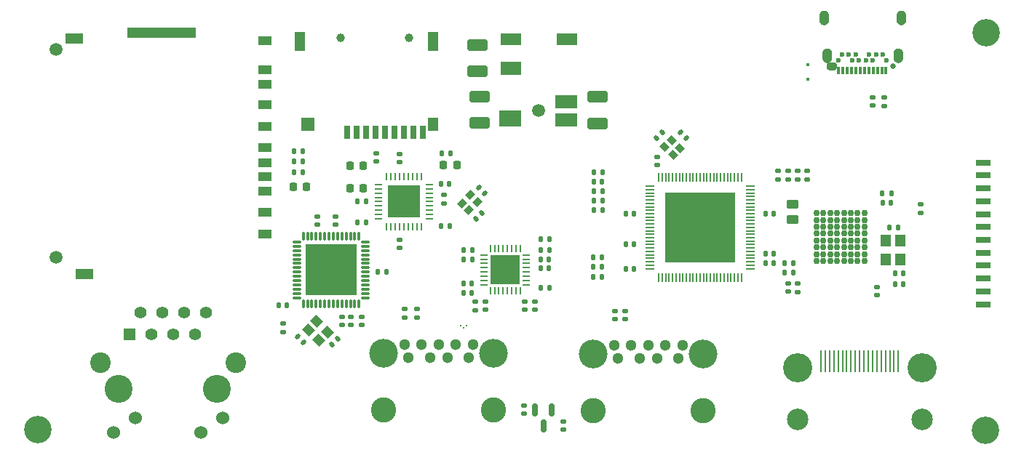
<source format=gbr>
G04 #@! TF.GenerationSoftware,KiCad,Pcbnew,(6.0.7)*
G04 #@! TF.CreationDate,2022-11-24T18:50:26+03:00*
G04 #@! TF.ProjectId,USB_HUB_ADAPTER,5553425f-4855-4425-9f41-444150544552,rev?*
G04 #@! TF.SameCoordinates,Original*
G04 #@! TF.FileFunction,Soldermask,Top*
G04 #@! TF.FilePolarity,Negative*
%FSLAX46Y46*%
G04 Gerber Fmt 4.6, Leading zero omitted, Abs format (unit mm)*
G04 Created by KiCad (PCBNEW (6.0.7)) date 2022-11-24 18:50:26*
%MOMM*%
%LPD*%
G01*
G04 APERTURE LIST*
G04 Aperture macros list*
%AMRoundRect*
0 Rectangle with rounded corners*
0 $1 Rounding radius*
0 $2 $3 $4 $5 $6 $7 $8 $9 X,Y pos of 4 corners*
0 Add a 4 corners polygon primitive as box body*
4,1,4,$2,$3,$4,$5,$6,$7,$8,$9,$2,$3,0*
0 Add four circle primitives for the rounded corners*
1,1,$1+$1,$2,$3*
1,1,$1+$1,$4,$5*
1,1,$1+$1,$6,$7*
1,1,$1+$1,$8,$9*
0 Add four rect primitives between the rounded corners*
20,1,$1+$1,$2,$3,$4,$5,0*
20,1,$1+$1,$4,$5,$6,$7,0*
20,1,$1+$1,$6,$7,$8,$9,0*
20,1,$1+$1,$8,$9,$2,$3,0*%
%AMRotRect*
0 Rectangle, with rotation*
0 The origin of the aperture is its center*
0 $1 length*
0 $2 width*
0 $3 Rotation angle, in degrees counterclockwise*
0 Add horizontal line*
21,1,$1,$2,0,0,$3*%
G04 Aperture macros list end*
%ADD10C,0.010000*%
%ADD11C,3.200000*%
%ADD12RoundRect,0.140000X0.140000X0.170000X-0.140000X0.170000X-0.140000X-0.170000X0.140000X-0.170000X0*%
%ADD13RoundRect,0.140000X-0.219203X-0.021213X-0.021213X-0.219203X0.219203X0.021213X0.021213X0.219203X0*%
%ADD14RoundRect,0.140000X-0.170000X0.140000X-0.170000X-0.140000X0.170000X-0.140000X0.170000X0.140000X0*%
%ADD15RoundRect,0.140000X-0.140000X-0.170000X0.140000X-0.170000X0.140000X0.170000X-0.140000X0.170000X0*%
%ADD16C,3.250000*%
%ADD17R,1.400000X1.400000*%
%ADD18C,1.400000*%
%ADD19C,1.530000*%
%ADD20C,2.400000*%
%ADD21RoundRect,0.140000X0.170000X-0.140000X0.170000X0.140000X-0.170000X0.140000X-0.170000X-0.140000X0*%
%ADD22RoundRect,0.140000X0.021213X-0.219203X0.219203X-0.021213X-0.021213X0.219203X-0.219203X0.021213X0*%
%ADD23R,1.800000X0.800000*%
%ADD24RotRect,1.150000X1.000000X315.000000*%
%ADD25RoundRect,0.140000X0.219203X0.021213X0.021213X0.219203X-0.219203X-0.021213X-0.021213X-0.219203X0*%
%ADD26R,0.200000X0.200000*%
%ADD27RoundRect,0.135000X0.185000X-0.135000X0.185000X0.135000X-0.185000X0.135000X-0.185000X-0.135000X0*%
%ADD28C,1.300000*%
%ADD29C,2.925000*%
%ADD30C,3.345000*%
%ADD31R,0.350000X0.400000*%
%ADD32RoundRect,0.250000X0.450000X-0.262500X0.450000X0.262500X-0.450000X0.262500X-0.450000X-0.262500X0*%
%ADD33RotRect,0.900000X0.800000X315.000000*%
%ADD34RoundRect,0.135000X-0.135000X-0.185000X0.135000X-0.185000X0.135000X0.185000X-0.135000X0.185000X0*%
%ADD35RoundRect,0.250000X0.925000X-0.412500X0.925000X0.412500X-0.925000X0.412500X-0.925000X-0.412500X0*%
%ADD36RoundRect,0.135000X0.135000X0.185000X-0.135000X0.185000X-0.135000X-0.185000X0.135000X-0.185000X0*%
%ADD37RoundRect,0.147500X-0.147500X-0.172500X0.147500X-0.172500X0.147500X0.172500X-0.147500X0.172500X0*%
%ADD38RoundRect,0.225000X0.225000X0.250000X-0.225000X0.250000X-0.225000X-0.250000X0.225000X-0.250000X0*%
%ADD39RoundRect,0.135000X-0.185000X0.135000X-0.185000X-0.135000X0.185000X-0.135000X0.185000X0.135000X0*%
%ADD40RoundRect,0.225000X-0.225000X-0.250000X0.225000X-0.250000X0.225000X0.250000X-0.225000X0.250000X0*%
%ADD41C,0.650000*%
%ADD42R,0.300000X0.900000*%
%ADD43C,0.600000*%
%ADD44RoundRect,0.062500X-0.062500X0.350000X-0.062500X-0.350000X0.062500X-0.350000X0.062500X0.350000X0*%
%ADD45RoundRect,0.062500X-0.350000X0.062500X-0.350000X-0.062500X0.350000X-0.062500X0.350000X0.062500X0*%
%ADD46R,3.700000X3.700000*%
%ADD47R,1.200000X1.400000*%
%ADD48RoundRect,0.062500X0.337500X0.062500X-0.337500X0.062500X-0.337500X-0.062500X0.337500X-0.062500X0*%
%ADD49RoundRect,0.062500X0.062500X0.337500X-0.062500X0.337500X-0.062500X-0.337500X0.062500X-0.337500X0*%
%ADD50R,3.500000X3.500000*%
%ADD51C,1.500000*%
%ADD52R,1.500000X1.000000*%
%ADD53R,2.000000X1.200000*%
%ADD54R,8.050000X1.300000*%
%ADD55RotRect,0.900000X0.800000X225.000000*%
%ADD56R,1.050000X0.200000*%
%ADD57R,0.200000X1.050000*%
%ADD58R,8.100000X8.100000*%
%ADD59RoundRect,0.007800X-0.437200X-0.122200X0.437200X-0.122200X0.437200X0.122200X-0.437200X0.122200X0*%
%ADD60RoundRect,0.007800X0.122200X-0.437200X0.122200X0.437200X-0.122200X0.437200X-0.122200X-0.437200X0*%
%ADD61R,5.900000X5.900000*%
%ADD62C,0.760000*%
%ADD63R,0.280000X2.600000*%
%ADD64C,3.400000*%
%ADD65C,2.500000*%
%ADD66RoundRect,0.147500X0.172500X-0.147500X0.172500X0.147500X-0.172500X0.147500X-0.172500X-0.147500X0*%
%ADD67RoundRect,0.140000X-0.021213X0.219203X-0.219203X0.021213X0.021213X-0.219203X0.219203X-0.021213X0*%
%ADD68R,2.475000X1.475000*%
%ADD69R,2.475000X1.500000*%
%ADD70R,2.500000X1.825000*%
%ADD71R,2.500000X1.500000*%
%ADD72R,2.500000X1.550000*%
%ADD73C,1.000000*%
%ADD74R,0.700000X1.600000*%
%ADD75R,1.200000X1.500000*%
%ADD76R,1.200000X2.200000*%
%ADD77R,1.600000X1.500000*%
%ADD78RoundRect,0.150000X-0.150000X0.587500X-0.150000X-0.587500X0.150000X-0.587500X0.150000X0.587500X0*%
G04 APERTURE END LIST*
G36*
X191276000Y-70811000D02*
G01*
X191302000Y-70813000D01*
X191328000Y-70816000D01*
X191354000Y-70821000D01*
X191379000Y-70827000D01*
X191405000Y-70834000D01*
X191429000Y-70843000D01*
X191453000Y-70853000D01*
X191477000Y-70864000D01*
X191500000Y-70877000D01*
X191544000Y-70905000D01*
X191565000Y-70921000D01*
X191585000Y-70938000D01*
X191604000Y-70956000D01*
X191622000Y-70975000D01*
X191639000Y-70995000D01*
X191655000Y-71016000D01*
X191683000Y-71060000D01*
X191696000Y-71083000D01*
X191707000Y-71107000D01*
X191717000Y-71131000D01*
X191726000Y-71155000D01*
X191733000Y-71181000D01*
X191739000Y-71206000D01*
X191744000Y-71232000D01*
X191747000Y-71258000D01*
X191749000Y-71284000D01*
X191750000Y-71310000D01*
X191750000Y-71910000D01*
X191749000Y-71936000D01*
X191747000Y-71962000D01*
X191744000Y-71988000D01*
X191739000Y-72014000D01*
X191733000Y-72039000D01*
X191726000Y-72065000D01*
X191717000Y-72089000D01*
X191707000Y-72113000D01*
X191696000Y-72137000D01*
X191683000Y-72160000D01*
X191655000Y-72204000D01*
X191639000Y-72225000D01*
X191622000Y-72245000D01*
X191604000Y-72264000D01*
X191585000Y-72282000D01*
X191565000Y-72299000D01*
X191544000Y-72315000D01*
X191500000Y-72343000D01*
X191477000Y-72356000D01*
X191453000Y-72367000D01*
X191429000Y-72377000D01*
X191405000Y-72386000D01*
X191379000Y-72393000D01*
X191354000Y-72399000D01*
X191328000Y-72404000D01*
X191302000Y-72407000D01*
X191276000Y-72409000D01*
X191250000Y-72410000D01*
X191224000Y-72409000D01*
X191198000Y-72407000D01*
X191172000Y-72404000D01*
X191146000Y-72399000D01*
X191121000Y-72393000D01*
X191095000Y-72386000D01*
X191071000Y-72377000D01*
X191047000Y-72367000D01*
X191023000Y-72356000D01*
X191000000Y-72343000D01*
X190956000Y-72315000D01*
X190935000Y-72299000D01*
X190915000Y-72282000D01*
X190896000Y-72264000D01*
X190878000Y-72245000D01*
X190861000Y-72225000D01*
X190845000Y-72204000D01*
X190817000Y-72160000D01*
X190804000Y-72137000D01*
X190793000Y-72113000D01*
X190783000Y-72089000D01*
X190774000Y-72065000D01*
X190767000Y-72039000D01*
X190761000Y-72014000D01*
X190756000Y-71988000D01*
X190753000Y-71962000D01*
X190751000Y-71936000D01*
X190750000Y-71910000D01*
X190750000Y-71310000D01*
X190751000Y-71284000D01*
X190753000Y-71258000D01*
X190756000Y-71232000D01*
X190761000Y-71206000D01*
X190767000Y-71181000D01*
X190774000Y-71155000D01*
X190783000Y-71131000D01*
X190793000Y-71107000D01*
X190804000Y-71083000D01*
X190817000Y-71060000D01*
X190845000Y-71016000D01*
X190861000Y-70995000D01*
X190878000Y-70975000D01*
X190896000Y-70956000D01*
X190915000Y-70938000D01*
X190935000Y-70921000D01*
X190956000Y-70905000D01*
X191000000Y-70877000D01*
X191023000Y-70864000D01*
X191047000Y-70853000D01*
X191071000Y-70843000D01*
X191095000Y-70834000D01*
X191121000Y-70827000D01*
X191146000Y-70821000D01*
X191172000Y-70816000D01*
X191198000Y-70813000D01*
X191224000Y-70811000D01*
X191250000Y-70810000D01*
X191276000Y-70811000D01*
G37*
D10*
X191276000Y-70811000D02*
X191302000Y-70813000D01*
X191328000Y-70816000D01*
X191354000Y-70821000D01*
X191379000Y-70827000D01*
X191405000Y-70834000D01*
X191429000Y-70843000D01*
X191453000Y-70853000D01*
X191477000Y-70864000D01*
X191500000Y-70877000D01*
X191544000Y-70905000D01*
X191565000Y-70921000D01*
X191585000Y-70938000D01*
X191604000Y-70956000D01*
X191622000Y-70975000D01*
X191639000Y-70995000D01*
X191655000Y-71016000D01*
X191683000Y-71060000D01*
X191696000Y-71083000D01*
X191707000Y-71107000D01*
X191717000Y-71131000D01*
X191726000Y-71155000D01*
X191733000Y-71181000D01*
X191739000Y-71206000D01*
X191744000Y-71232000D01*
X191747000Y-71258000D01*
X191749000Y-71284000D01*
X191750000Y-71310000D01*
X191750000Y-71910000D01*
X191749000Y-71936000D01*
X191747000Y-71962000D01*
X191744000Y-71988000D01*
X191739000Y-72014000D01*
X191733000Y-72039000D01*
X191726000Y-72065000D01*
X191717000Y-72089000D01*
X191707000Y-72113000D01*
X191696000Y-72137000D01*
X191683000Y-72160000D01*
X191655000Y-72204000D01*
X191639000Y-72225000D01*
X191622000Y-72245000D01*
X191604000Y-72264000D01*
X191585000Y-72282000D01*
X191565000Y-72299000D01*
X191544000Y-72315000D01*
X191500000Y-72343000D01*
X191477000Y-72356000D01*
X191453000Y-72367000D01*
X191429000Y-72377000D01*
X191405000Y-72386000D01*
X191379000Y-72393000D01*
X191354000Y-72399000D01*
X191328000Y-72404000D01*
X191302000Y-72407000D01*
X191276000Y-72409000D01*
X191250000Y-72410000D01*
X191224000Y-72409000D01*
X191198000Y-72407000D01*
X191172000Y-72404000D01*
X191146000Y-72399000D01*
X191121000Y-72393000D01*
X191095000Y-72386000D01*
X191071000Y-72377000D01*
X191047000Y-72367000D01*
X191023000Y-72356000D01*
X191000000Y-72343000D01*
X190956000Y-72315000D01*
X190935000Y-72299000D01*
X190915000Y-72282000D01*
X190896000Y-72264000D01*
X190878000Y-72245000D01*
X190861000Y-72225000D01*
X190845000Y-72204000D01*
X190817000Y-72160000D01*
X190804000Y-72137000D01*
X190793000Y-72113000D01*
X190783000Y-72089000D01*
X190774000Y-72065000D01*
X190767000Y-72039000D01*
X190761000Y-72014000D01*
X190756000Y-71988000D01*
X190753000Y-71962000D01*
X190751000Y-71936000D01*
X190750000Y-71910000D01*
X190750000Y-71310000D01*
X190751000Y-71284000D01*
X190753000Y-71258000D01*
X190756000Y-71232000D01*
X190761000Y-71206000D01*
X190767000Y-71181000D01*
X190774000Y-71155000D01*
X190783000Y-71131000D01*
X190793000Y-71107000D01*
X190804000Y-71083000D01*
X190817000Y-71060000D01*
X190845000Y-71016000D01*
X190861000Y-70995000D01*
X190878000Y-70975000D01*
X190896000Y-70956000D01*
X190915000Y-70938000D01*
X190935000Y-70921000D01*
X190956000Y-70905000D01*
X191000000Y-70877000D01*
X191023000Y-70864000D01*
X191047000Y-70853000D01*
X191071000Y-70843000D01*
X191095000Y-70834000D01*
X191121000Y-70827000D01*
X191146000Y-70821000D01*
X191172000Y-70816000D01*
X191198000Y-70813000D01*
X191224000Y-70811000D01*
X191250000Y-70810000D01*
X191276000Y-70811000D01*
G36*
X200256000Y-70811000D02*
G01*
X200282000Y-70813000D01*
X200308000Y-70816000D01*
X200334000Y-70821000D01*
X200359000Y-70827000D01*
X200385000Y-70834000D01*
X200409000Y-70843000D01*
X200433000Y-70853000D01*
X200457000Y-70864000D01*
X200480000Y-70877000D01*
X200524000Y-70905000D01*
X200545000Y-70921000D01*
X200565000Y-70938000D01*
X200584000Y-70956000D01*
X200602000Y-70975000D01*
X200619000Y-70995000D01*
X200635000Y-71016000D01*
X200663000Y-71060000D01*
X200676000Y-71083000D01*
X200687000Y-71107000D01*
X200697000Y-71131000D01*
X200706000Y-71155000D01*
X200713000Y-71181000D01*
X200719000Y-71206000D01*
X200724000Y-71232000D01*
X200727000Y-71258000D01*
X200729000Y-71284000D01*
X200730000Y-71310000D01*
X200730000Y-71910000D01*
X200729000Y-71936000D01*
X200727000Y-71962000D01*
X200724000Y-71988000D01*
X200719000Y-72014000D01*
X200713000Y-72039000D01*
X200706000Y-72065000D01*
X200697000Y-72089000D01*
X200687000Y-72113000D01*
X200676000Y-72137000D01*
X200663000Y-72160000D01*
X200635000Y-72204000D01*
X200619000Y-72225000D01*
X200602000Y-72245000D01*
X200584000Y-72264000D01*
X200565000Y-72282000D01*
X200545000Y-72299000D01*
X200524000Y-72315000D01*
X200480000Y-72343000D01*
X200457000Y-72356000D01*
X200433000Y-72367000D01*
X200409000Y-72377000D01*
X200385000Y-72386000D01*
X200359000Y-72393000D01*
X200334000Y-72399000D01*
X200308000Y-72404000D01*
X200282000Y-72407000D01*
X200256000Y-72409000D01*
X200230000Y-72410000D01*
X200204000Y-72409000D01*
X200178000Y-72407000D01*
X200152000Y-72404000D01*
X200126000Y-72399000D01*
X200101000Y-72393000D01*
X200075000Y-72386000D01*
X200051000Y-72377000D01*
X200027000Y-72367000D01*
X200003000Y-72356000D01*
X199980000Y-72343000D01*
X199936000Y-72315000D01*
X199915000Y-72299000D01*
X199895000Y-72282000D01*
X199876000Y-72264000D01*
X199858000Y-72245000D01*
X199841000Y-72225000D01*
X199825000Y-72204000D01*
X199797000Y-72160000D01*
X199784000Y-72137000D01*
X199773000Y-72113000D01*
X199763000Y-72089000D01*
X199754000Y-72065000D01*
X199747000Y-72039000D01*
X199741000Y-72014000D01*
X199736000Y-71988000D01*
X199733000Y-71962000D01*
X199731000Y-71936000D01*
X199730000Y-71910000D01*
X199730000Y-71310000D01*
X199731000Y-71284000D01*
X199733000Y-71258000D01*
X199736000Y-71232000D01*
X199741000Y-71206000D01*
X199747000Y-71181000D01*
X199754000Y-71155000D01*
X199763000Y-71131000D01*
X199773000Y-71107000D01*
X199784000Y-71083000D01*
X199797000Y-71060000D01*
X199825000Y-71016000D01*
X199841000Y-70995000D01*
X199858000Y-70975000D01*
X199876000Y-70956000D01*
X199895000Y-70938000D01*
X199915000Y-70921000D01*
X199936000Y-70905000D01*
X199980000Y-70877000D01*
X200003000Y-70864000D01*
X200027000Y-70853000D01*
X200051000Y-70843000D01*
X200075000Y-70834000D01*
X200101000Y-70827000D01*
X200126000Y-70821000D01*
X200152000Y-70816000D01*
X200178000Y-70813000D01*
X200204000Y-70811000D01*
X200230000Y-70810000D01*
X200256000Y-70811000D01*
G37*
X200256000Y-70811000D02*
X200282000Y-70813000D01*
X200308000Y-70816000D01*
X200334000Y-70821000D01*
X200359000Y-70827000D01*
X200385000Y-70834000D01*
X200409000Y-70843000D01*
X200433000Y-70853000D01*
X200457000Y-70864000D01*
X200480000Y-70877000D01*
X200524000Y-70905000D01*
X200545000Y-70921000D01*
X200565000Y-70938000D01*
X200584000Y-70956000D01*
X200602000Y-70975000D01*
X200619000Y-70995000D01*
X200635000Y-71016000D01*
X200663000Y-71060000D01*
X200676000Y-71083000D01*
X200687000Y-71107000D01*
X200697000Y-71131000D01*
X200706000Y-71155000D01*
X200713000Y-71181000D01*
X200719000Y-71206000D01*
X200724000Y-71232000D01*
X200727000Y-71258000D01*
X200729000Y-71284000D01*
X200730000Y-71310000D01*
X200730000Y-71910000D01*
X200729000Y-71936000D01*
X200727000Y-71962000D01*
X200724000Y-71988000D01*
X200719000Y-72014000D01*
X200713000Y-72039000D01*
X200706000Y-72065000D01*
X200697000Y-72089000D01*
X200687000Y-72113000D01*
X200676000Y-72137000D01*
X200663000Y-72160000D01*
X200635000Y-72204000D01*
X200619000Y-72225000D01*
X200602000Y-72245000D01*
X200584000Y-72264000D01*
X200565000Y-72282000D01*
X200545000Y-72299000D01*
X200524000Y-72315000D01*
X200480000Y-72343000D01*
X200457000Y-72356000D01*
X200433000Y-72367000D01*
X200409000Y-72377000D01*
X200385000Y-72386000D01*
X200359000Y-72393000D01*
X200334000Y-72399000D01*
X200308000Y-72404000D01*
X200282000Y-72407000D01*
X200256000Y-72409000D01*
X200230000Y-72410000D01*
X200204000Y-72409000D01*
X200178000Y-72407000D01*
X200152000Y-72404000D01*
X200126000Y-72399000D01*
X200101000Y-72393000D01*
X200075000Y-72386000D01*
X200051000Y-72377000D01*
X200027000Y-72367000D01*
X200003000Y-72356000D01*
X199980000Y-72343000D01*
X199936000Y-72315000D01*
X199915000Y-72299000D01*
X199895000Y-72282000D01*
X199876000Y-72264000D01*
X199858000Y-72245000D01*
X199841000Y-72225000D01*
X199825000Y-72204000D01*
X199797000Y-72160000D01*
X199784000Y-72137000D01*
X199773000Y-72113000D01*
X199763000Y-72089000D01*
X199754000Y-72065000D01*
X199747000Y-72039000D01*
X199741000Y-72014000D01*
X199736000Y-71988000D01*
X199733000Y-71962000D01*
X199731000Y-71936000D01*
X199730000Y-71910000D01*
X199730000Y-71310000D01*
X199731000Y-71284000D01*
X199733000Y-71258000D01*
X199736000Y-71232000D01*
X199741000Y-71206000D01*
X199747000Y-71181000D01*
X199754000Y-71155000D01*
X199763000Y-71131000D01*
X199773000Y-71107000D01*
X199784000Y-71083000D01*
X199797000Y-71060000D01*
X199825000Y-71016000D01*
X199841000Y-70995000D01*
X199858000Y-70975000D01*
X199876000Y-70956000D01*
X199895000Y-70938000D01*
X199915000Y-70921000D01*
X199936000Y-70905000D01*
X199980000Y-70877000D01*
X200003000Y-70864000D01*
X200027000Y-70853000D01*
X200051000Y-70843000D01*
X200075000Y-70834000D01*
X200101000Y-70827000D01*
X200126000Y-70821000D01*
X200152000Y-70816000D01*
X200178000Y-70813000D01*
X200204000Y-70811000D01*
X200230000Y-70810000D01*
X200256000Y-70811000D01*
G36*
X192334000Y-76827000D02*
G01*
X192356000Y-76830000D01*
X192378000Y-76834000D01*
X192400000Y-76839000D01*
X192442000Y-76853000D01*
X192463000Y-76862000D01*
X192483000Y-76871000D01*
X192503000Y-76882000D01*
X192521000Y-76894000D01*
X192540000Y-76906000D01*
X192574000Y-76934000D01*
X192591000Y-76949000D01*
X192606000Y-76966000D01*
X192634000Y-77000000D01*
X192658000Y-77038000D01*
X192669000Y-77057000D01*
X192678000Y-77077000D01*
X192687000Y-77098000D01*
X192701000Y-77140000D01*
X192706000Y-77162000D01*
X192710000Y-77184000D01*
X192713000Y-77206000D01*
X192715000Y-77250000D01*
X192713000Y-77294000D01*
X192710000Y-77316000D01*
X192706000Y-77338000D01*
X192701000Y-77360000D01*
X192687000Y-77402000D01*
X192678000Y-77423000D01*
X192669000Y-77443000D01*
X192658000Y-77463000D01*
X192646000Y-77481000D01*
X192634000Y-77500000D01*
X192606000Y-77534000D01*
X192591000Y-77551000D01*
X192574000Y-77566000D01*
X192540000Y-77594000D01*
X192521000Y-77606000D01*
X192503000Y-77618000D01*
X192483000Y-77629000D01*
X192463000Y-77638000D01*
X192442000Y-77647000D01*
X192400000Y-77661000D01*
X192378000Y-77666000D01*
X192356000Y-77670000D01*
X192334000Y-77673000D01*
X192290000Y-77675000D01*
X191990000Y-77675000D01*
X191946000Y-77673000D01*
X191924000Y-77670000D01*
X191902000Y-77666000D01*
X191880000Y-77661000D01*
X191838000Y-77647000D01*
X191817000Y-77638000D01*
X191797000Y-77629000D01*
X191778000Y-77618000D01*
X191740000Y-77594000D01*
X191706000Y-77566000D01*
X191689000Y-77551000D01*
X191674000Y-77534000D01*
X191646000Y-77500000D01*
X191634000Y-77481000D01*
X191622000Y-77463000D01*
X191611000Y-77443000D01*
X191602000Y-77423000D01*
X191593000Y-77402000D01*
X191579000Y-77360000D01*
X191574000Y-77338000D01*
X191570000Y-77316000D01*
X191567000Y-77294000D01*
X191565000Y-77250000D01*
X191567000Y-77206000D01*
X191570000Y-77184000D01*
X191574000Y-77162000D01*
X191579000Y-77140000D01*
X191593000Y-77098000D01*
X191602000Y-77077000D01*
X191611000Y-77057000D01*
X191622000Y-77038000D01*
X191646000Y-77000000D01*
X191674000Y-76966000D01*
X191689000Y-76949000D01*
X191706000Y-76934000D01*
X191740000Y-76906000D01*
X191778000Y-76882000D01*
X191797000Y-76871000D01*
X191817000Y-76862000D01*
X191838000Y-76853000D01*
X191880000Y-76839000D01*
X191902000Y-76834000D01*
X191924000Y-76830000D01*
X191946000Y-76827000D01*
X191990000Y-76825000D01*
X192290000Y-76825000D01*
X192334000Y-76827000D01*
G37*
X192334000Y-76827000D02*
X192356000Y-76830000D01*
X192378000Y-76834000D01*
X192400000Y-76839000D01*
X192442000Y-76853000D01*
X192463000Y-76862000D01*
X192483000Y-76871000D01*
X192503000Y-76882000D01*
X192521000Y-76894000D01*
X192540000Y-76906000D01*
X192574000Y-76934000D01*
X192591000Y-76949000D01*
X192606000Y-76966000D01*
X192634000Y-77000000D01*
X192658000Y-77038000D01*
X192669000Y-77057000D01*
X192678000Y-77077000D01*
X192687000Y-77098000D01*
X192701000Y-77140000D01*
X192706000Y-77162000D01*
X192710000Y-77184000D01*
X192713000Y-77206000D01*
X192715000Y-77250000D01*
X192713000Y-77294000D01*
X192710000Y-77316000D01*
X192706000Y-77338000D01*
X192701000Y-77360000D01*
X192687000Y-77402000D01*
X192678000Y-77423000D01*
X192669000Y-77443000D01*
X192658000Y-77463000D01*
X192646000Y-77481000D01*
X192634000Y-77500000D01*
X192606000Y-77534000D01*
X192591000Y-77551000D01*
X192574000Y-77566000D01*
X192540000Y-77594000D01*
X192521000Y-77606000D01*
X192503000Y-77618000D01*
X192483000Y-77629000D01*
X192463000Y-77638000D01*
X192442000Y-77647000D01*
X192400000Y-77661000D01*
X192378000Y-77666000D01*
X192356000Y-77670000D01*
X192334000Y-77673000D01*
X192290000Y-77675000D01*
X191990000Y-77675000D01*
X191946000Y-77673000D01*
X191924000Y-77670000D01*
X191902000Y-77666000D01*
X191880000Y-77661000D01*
X191838000Y-77647000D01*
X191817000Y-77638000D01*
X191797000Y-77629000D01*
X191778000Y-77618000D01*
X191740000Y-77594000D01*
X191706000Y-77566000D01*
X191689000Y-77551000D01*
X191674000Y-77534000D01*
X191646000Y-77500000D01*
X191634000Y-77481000D01*
X191622000Y-77463000D01*
X191611000Y-77443000D01*
X191602000Y-77423000D01*
X191593000Y-77402000D01*
X191579000Y-77360000D01*
X191574000Y-77338000D01*
X191570000Y-77316000D01*
X191567000Y-77294000D01*
X191565000Y-77250000D01*
X191567000Y-77206000D01*
X191570000Y-77184000D01*
X191574000Y-77162000D01*
X191579000Y-77140000D01*
X191593000Y-77098000D01*
X191602000Y-77077000D01*
X191611000Y-77057000D01*
X191622000Y-77038000D01*
X191646000Y-77000000D01*
X191674000Y-76966000D01*
X191689000Y-76949000D01*
X191706000Y-76934000D01*
X191740000Y-76906000D01*
X191778000Y-76882000D01*
X191797000Y-76871000D01*
X191817000Y-76862000D01*
X191838000Y-76853000D01*
X191880000Y-76839000D01*
X191902000Y-76834000D01*
X191924000Y-76830000D01*
X191946000Y-76827000D01*
X191990000Y-76825000D01*
X192290000Y-76825000D01*
X192334000Y-76827000D01*
G36*
X191636000Y-75211000D02*
G01*
X191662000Y-75213000D01*
X191688000Y-75216000D01*
X191714000Y-75221000D01*
X191739000Y-75227000D01*
X191765000Y-75234000D01*
X191789000Y-75243000D01*
X191813000Y-75253000D01*
X191837000Y-75264000D01*
X191860000Y-75277000D01*
X191904000Y-75305000D01*
X191925000Y-75321000D01*
X191945000Y-75338000D01*
X191964000Y-75356000D01*
X191982000Y-75375000D01*
X191999000Y-75395000D01*
X192015000Y-75416000D01*
X192043000Y-75460000D01*
X192056000Y-75483000D01*
X192067000Y-75507000D01*
X192077000Y-75531000D01*
X192086000Y-75555000D01*
X192093000Y-75581000D01*
X192099000Y-75606000D01*
X192104000Y-75632000D01*
X192107000Y-75658000D01*
X192109000Y-75684000D01*
X192110000Y-75710000D01*
X192110000Y-76310000D01*
X192109000Y-76336000D01*
X192107000Y-76362000D01*
X192104000Y-76388000D01*
X192099000Y-76414000D01*
X192093000Y-76439000D01*
X192086000Y-76465000D01*
X192077000Y-76489000D01*
X192067000Y-76513000D01*
X192056000Y-76537000D01*
X192043000Y-76560000D01*
X192015000Y-76604000D01*
X191999000Y-76625000D01*
X191982000Y-76645000D01*
X191964000Y-76664000D01*
X191945000Y-76682000D01*
X191925000Y-76699000D01*
X191904000Y-76715000D01*
X191860000Y-76743000D01*
X191837000Y-76756000D01*
X191813000Y-76767000D01*
X191789000Y-76777000D01*
X191765000Y-76786000D01*
X191739000Y-76793000D01*
X191714000Y-76799000D01*
X191688000Y-76804000D01*
X191662000Y-76807000D01*
X191636000Y-76809000D01*
X191610000Y-76810000D01*
X191584000Y-76809000D01*
X191558000Y-76807000D01*
X191532000Y-76804000D01*
X191506000Y-76799000D01*
X191481000Y-76793000D01*
X191455000Y-76786000D01*
X191431000Y-76777000D01*
X191407000Y-76767000D01*
X191383000Y-76756000D01*
X191360000Y-76743000D01*
X191316000Y-76715000D01*
X191295000Y-76699000D01*
X191275000Y-76682000D01*
X191256000Y-76664000D01*
X191238000Y-76645000D01*
X191221000Y-76625000D01*
X191205000Y-76604000D01*
X191177000Y-76560000D01*
X191164000Y-76537000D01*
X191153000Y-76513000D01*
X191143000Y-76489000D01*
X191134000Y-76465000D01*
X191127000Y-76439000D01*
X191121000Y-76414000D01*
X191116000Y-76388000D01*
X191113000Y-76362000D01*
X191111000Y-76336000D01*
X191110000Y-76310000D01*
X191110000Y-75710000D01*
X191111000Y-75684000D01*
X191113000Y-75658000D01*
X191116000Y-75632000D01*
X191121000Y-75606000D01*
X191127000Y-75581000D01*
X191134000Y-75555000D01*
X191143000Y-75531000D01*
X191153000Y-75507000D01*
X191164000Y-75483000D01*
X191177000Y-75460000D01*
X191205000Y-75416000D01*
X191221000Y-75395000D01*
X191238000Y-75375000D01*
X191256000Y-75356000D01*
X191275000Y-75338000D01*
X191295000Y-75321000D01*
X191316000Y-75305000D01*
X191360000Y-75277000D01*
X191383000Y-75264000D01*
X191407000Y-75253000D01*
X191431000Y-75243000D01*
X191455000Y-75234000D01*
X191481000Y-75227000D01*
X191506000Y-75221000D01*
X191532000Y-75216000D01*
X191558000Y-75213000D01*
X191584000Y-75211000D01*
X191610000Y-75210000D01*
X191636000Y-75211000D01*
G37*
X191636000Y-75211000D02*
X191662000Y-75213000D01*
X191688000Y-75216000D01*
X191714000Y-75221000D01*
X191739000Y-75227000D01*
X191765000Y-75234000D01*
X191789000Y-75243000D01*
X191813000Y-75253000D01*
X191837000Y-75264000D01*
X191860000Y-75277000D01*
X191904000Y-75305000D01*
X191925000Y-75321000D01*
X191945000Y-75338000D01*
X191964000Y-75356000D01*
X191982000Y-75375000D01*
X191999000Y-75395000D01*
X192015000Y-75416000D01*
X192043000Y-75460000D01*
X192056000Y-75483000D01*
X192067000Y-75507000D01*
X192077000Y-75531000D01*
X192086000Y-75555000D01*
X192093000Y-75581000D01*
X192099000Y-75606000D01*
X192104000Y-75632000D01*
X192107000Y-75658000D01*
X192109000Y-75684000D01*
X192110000Y-75710000D01*
X192110000Y-76310000D01*
X192109000Y-76336000D01*
X192107000Y-76362000D01*
X192104000Y-76388000D01*
X192099000Y-76414000D01*
X192093000Y-76439000D01*
X192086000Y-76465000D01*
X192077000Y-76489000D01*
X192067000Y-76513000D01*
X192056000Y-76537000D01*
X192043000Y-76560000D01*
X192015000Y-76604000D01*
X191999000Y-76625000D01*
X191982000Y-76645000D01*
X191964000Y-76664000D01*
X191945000Y-76682000D01*
X191925000Y-76699000D01*
X191904000Y-76715000D01*
X191860000Y-76743000D01*
X191837000Y-76756000D01*
X191813000Y-76767000D01*
X191789000Y-76777000D01*
X191765000Y-76786000D01*
X191739000Y-76793000D01*
X191714000Y-76799000D01*
X191688000Y-76804000D01*
X191662000Y-76807000D01*
X191636000Y-76809000D01*
X191610000Y-76810000D01*
X191584000Y-76809000D01*
X191558000Y-76807000D01*
X191532000Y-76804000D01*
X191506000Y-76799000D01*
X191481000Y-76793000D01*
X191455000Y-76786000D01*
X191431000Y-76777000D01*
X191407000Y-76767000D01*
X191383000Y-76756000D01*
X191360000Y-76743000D01*
X191316000Y-76715000D01*
X191295000Y-76699000D01*
X191275000Y-76682000D01*
X191256000Y-76664000D01*
X191238000Y-76645000D01*
X191221000Y-76625000D01*
X191205000Y-76604000D01*
X191177000Y-76560000D01*
X191164000Y-76537000D01*
X191153000Y-76513000D01*
X191143000Y-76489000D01*
X191134000Y-76465000D01*
X191127000Y-76439000D01*
X191121000Y-76414000D01*
X191116000Y-76388000D01*
X191113000Y-76362000D01*
X191111000Y-76336000D01*
X191110000Y-76310000D01*
X191110000Y-75710000D01*
X191111000Y-75684000D01*
X191113000Y-75658000D01*
X191116000Y-75632000D01*
X191121000Y-75606000D01*
X191127000Y-75581000D01*
X191134000Y-75555000D01*
X191143000Y-75531000D01*
X191153000Y-75507000D01*
X191164000Y-75483000D01*
X191177000Y-75460000D01*
X191205000Y-75416000D01*
X191221000Y-75395000D01*
X191238000Y-75375000D01*
X191256000Y-75356000D01*
X191275000Y-75338000D01*
X191295000Y-75321000D01*
X191316000Y-75305000D01*
X191360000Y-75277000D01*
X191383000Y-75264000D01*
X191407000Y-75253000D01*
X191431000Y-75243000D01*
X191455000Y-75234000D01*
X191481000Y-75227000D01*
X191506000Y-75221000D01*
X191532000Y-75216000D01*
X191558000Y-75213000D01*
X191584000Y-75211000D01*
X191610000Y-75210000D01*
X191636000Y-75211000D01*
G36*
X199896000Y-75211000D02*
G01*
X199922000Y-75213000D01*
X199948000Y-75216000D01*
X199974000Y-75221000D01*
X199999000Y-75227000D01*
X200025000Y-75234000D01*
X200049000Y-75243000D01*
X200073000Y-75253000D01*
X200097000Y-75264000D01*
X200120000Y-75277000D01*
X200164000Y-75305000D01*
X200185000Y-75321000D01*
X200205000Y-75338000D01*
X200224000Y-75356000D01*
X200242000Y-75375000D01*
X200259000Y-75395000D01*
X200275000Y-75416000D01*
X200303000Y-75460000D01*
X200316000Y-75483000D01*
X200327000Y-75507000D01*
X200337000Y-75531000D01*
X200346000Y-75555000D01*
X200353000Y-75581000D01*
X200359000Y-75606000D01*
X200364000Y-75632000D01*
X200367000Y-75658000D01*
X200369000Y-75684000D01*
X200370000Y-75710000D01*
X200370000Y-76310000D01*
X200369000Y-76336000D01*
X200367000Y-76362000D01*
X200364000Y-76388000D01*
X200359000Y-76414000D01*
X200353000Y-76439000D01*
X200346000Y-76465000D01*
X200337000Y-76489000D01*
X200327000Y-76513000D01*
X200316000Y-76537000D01*
X200303000Y-76560000D01*
X200275000Y-76604000D01*
X200259000Y-76625000D01*
X200242000Y-76645000D01*
X200224000Y-76664000D01*
X200205000Y-76682000D01*
X200185000Y-76699000D01*
X200164000Y-76715000D01*
X200120000Y-76743000D01*
X200097000Y-76756000D01*
X200073000Y-76767000D01*
X200049000Y-76777000D01*
X200025000Y-76786000D01*
X199999000Y-76793000D01*
X199974000Y-76799000D01*
X199948000Y-76804000D01*
X199922000Y-76807000D01*
X199896000Y-76809000D01*
X199870000Y-76810000D01*
X199844000Y-76809000D01*
X199818000Y-76807000D01*
X199792000Y-76804000D01*
X199766000Y-76799000D01*
X199741000Y-76793000D01*
X199715000Y-76786000D01*
X199691000Y-76777000D01*
X199667000Y-76767000D01*
X199643000Y-76756000D01*
X199620000Y-76743000D01*
X199576000Y-76715000D01*
X199555000Y-76699000D01*
X199535000Y-76682000D01*
X199516000Y-76664000D01*
X199498000Y-76645000D01*
X199481000Y-76625000D01*
X199465000Y-76604000D01*
X199437000Y-76560000D01*
X199424000Y-76537000D01*
X199413000Y-76513000D01*
X199403000Y-76489000D01*
X199394000Y-76465000D01*
X199387000Y-76439000D01*
X199381000Y-76414000D01*
X199376000Y-76388000D01*
X199373000Y-76362000D01*
X199371000Y-76336000D01*
X199370000Y-76310000D01*
X199370000Y-75710000D01*
X199371000Y-75684000D01*
X199373000Y-75658000D01*
X199376000Y-75632000D01*
X199381000Y-75606000D01*
X199387000Y-75581000D01*
X199394000Y-75555000D01*
X199403000Y-75531000D01*
X199413000Y-75507000D01*
X199424000Y-75483000D01*
X199437000Y-75460000D01*
X199465000Y-75416000D01*
X199481000Y-75395000D01*
X199498000Y-75375000D01*
X199516000Y-75356000D01*
X199535000Y-75338000D01*
X199555000Y-75321000D01*
X199576000Y-75305000D01*
X199620000Y-75277000D01*
X199643000Y-75264000D01*
X199667000Y-75253000D01*
X199691000Y-75243000D01*
X199715000Y-75234000D01*
X199741000Y-75227000D01*
X199766000Y-75221000D01*
X199792000Y-75216000D01*
X199818000Y-75213000D01*
X199844000Y-75211000D01*
X199870000Y-75210000D01*
X199896000Y-75211000D01*
G37*
X199896000Y-75211000D02*
X199922000Y-75213000D01*
X199948000Y-75216000D01*
X199974000Y-75221000D01*
X199999000Y-75227000D01*
X200025000Y-75234000D01*
X200049000Y-75243000D01*
X200073000Y-75253000D01*
X200097000Y-75264000D01*
X200120000Y-75277000D01*
X200164000Y-75305000D01*
X200185000Y-75321000D01*
X200205000Y-75338000D01*
X200224000Y-75356000D01*
X200242000Y-75375000D01*
X200259000Y-75395000D01*
X200275000Y-75416000D01*
X200303000Y-75460000D01*
X200316000Y-75483000D01*
X200327000Y-75507000D01*
X200337000Y-75531000D01*
X200346000Y-75555000D01*
X200353000Y-75581000D01*
X200359000Y-75606000D01*
X200364000Y-75632000D01*
X200367000Y-75658000D01*
X200369000Y-75684000D01*
X200370000Y-75710000D01*
X200370000Y-76310000D01*
X200369000Y-76336000D01*
X200367000Y-76362000D01*
X200364000Y-76388000D01*
X200359000Y-76414000D01*
X200353000Y-76439000D01*
X200346000Y-76465000D01*
X200337000Y-76489000D01*
X200327000Y-76513000D01*
X200316000Y-76537000D01*
X200303000Y-76560000D01*
X200275000Y-76604000D01*
X200259000Y-76625000D01*
X200242000Y-76645000D01*
X200224000Y-76664000D01*
X200205000Y-76682000D01*
X200185000Y-76699000D01*
X200164000Y-76715000D01*
X200120000Y-76743000D01*
X200097000Y-76756000D01*
X200073000Y-76767000D01*
X200049000Y-76777000D01*
X200025000Y-76786000D01*
X199999000Y-76793000D01*
X199974000Y-76799000D01*
X199948000Y-76804000D01*
X199922000Y-76807000D01*
X199896000Y-76809000D01*
X199870000Y-76810000D01*
X199844000Y-76809000D01*
X199818000Y-76807000D01*
X199792000Y-76804000D01*
X199766000Y-76799000D01*
X199741000Y-76793000D01*
X199715000Y-76786000D01*
X199691000Y-76777000D01*
X199667000Y-76767000D01*
X199643000Y-76756000D01*
X199620000Y-76743000D01*
X199576000Y-76715000D01*
X199555000Y-76699000D01*
X199535000Y-76682000D01*
X199516000Y-76664000D01*
X199498000Y-76645000D01*
X199481000Y-76625000D01*
X199465000Y-76604000D01*
X199437000Y-76560000D01*
X199424000Y-76537000D01*
X199413000Y-76513000D01*
X199403000Y-76489000D01*
X199394000Y-76465000D01*
X199387000Y-76439000D01*
X199381000Y-76414000D01*
X199376000Y-76388000D01*
X199373000Y-76362000D01*
X199371000Y-76336000D01*
X199370000Y-76310000D01*
X199370000Y-75710000D01*
X199371000Y-75684000D01*
X199373000Y-75658000D01*
X199376000Y-75632000D01*
X199381000Y-75606000D01*
X199387000Y-75581000D01*
X199394000Y-75555000D01*
X199403000Y-75531000D01*
X199413000Y-75507000D01*
X199424000Y-75483000D01*
X199437000Y-75460000D01*
X199465000Y-75416000D01*
X199481000Y-75395000D01*
X199498000Y-75375000D01*
X199516000Y-75356000D01*
X199535000Y-75338000D01*
X199555000Y-75321000D01*
X199576000Y-75305000D01*
X199620000Y-75277000D01*
X199643000Y-75264000D01*
X199667000Y-75253000D01*
X199691000Y-75243000D01*
X199715000Y-75234000D01*
X199741000Y-75227000D01*
X199766000Y-75221000D01*
X199792000Y-75216000D01*
X199818000Y-75213000D01*
X199844000Y-75211000D01*
X199870000Y-75210000D01*
X199896000Y-75211000D01*
D11*
X210100000Y-73350000D03*
D12*
X169180000Y-100850000D03*
X168220000Y-100850000D03*
D13*
X130050589Y-108730589D03*
X130729411Y-109409411D03*
D14*
X141900000Y-97470000D03*
X141900000Y-98430000D03*
D15*
X146720000Y-91000000D03*
X147680000Y-91000000D03*
D16*
X120675000Y-114850000D03*
X109245000Y-114850000D03*
D17*
X110515000Y-108500000D03*
D18*
X111785000Y-105960000D03*
X113055000Y-108500000D03*
X114325000Y-105960000D03*
X115595000Y-108500000D03*
X116865000Y-105960000D03*
X118135000Y-108500000D03*
X119405000Y-105960000D03*
D19*
X108635000Y-119930000D03*
X111175000Y-118230000D03*
X118745000Y-119930000D03*
X121285000Y-118230000D03*
D20*
X107085000Y-111800000D03*
X122835000Y-111800000D03*
D21*
X141900000Y-88430000D03*
X141900000Y-87470000D03*
D15*
X139370000Y-101250000D03*
X140330000Y-101250000D03*
D22*
X171746178Y-85650000D03*
X172425000Y-84971178D03*
D15*
X164495000Y-90750000D03*
X165455000Y-90750000D03*
X199545000Y-102650000D03*
X200505000Y-102650000D03*
D14*
X196940000Y-80920000D03*
X196940000Y-81880000D03*
X135200000Y-106470000D03*
X135200000Y-107430000D03*
D21*
X160915000Y-119635000D03*
X160915000Y-118675000D03*
D23*
X209822875Y-93000000D03*
D24*
X131286307Y-107976256D03*
X132523744Y-109213693D03*
X133513693Y-108223744D03*
X132276256Y-106986307D03*
D25*
X175239411Y-85639411D03*
X174560589Y-84960589D03*
D26*
X149340000Y-107767830D03*
X149680000Y-107467830D03*
X149000000Y-107467830D03*
D21*
X171825000Y-88780000D03*
X171825000Y-87820000D03*
D27*
X187085000Y-90510000D03*
X187085000Y-89490000D03*
D23*
X209822875Y-90000000D03*
D12*
X199855000Y-96025000D03*
X198895000Y-96025000D03*
D28*
X167330000Y-111306000D03*
X169830000Y-111306000D03*
X171830000Y-111306000D03*
X174330000Y-111306000D03*
X174830000Y-109806000D03*
X172830000Y-109806000D03*
X170830000Y-109806000D03*
X168830000Y-109806000D03*
X166830000Y-109806000D03*
D29*
X177230000Y-117406000D03*
X164430000Y-117406000D03*
D30*
X164430000Y-110806000D03*
X177230000Y-110806000D03*
D31*
X189390000Y-77060000D03*
X189390000Y-78760000D03*
D14*
X139150000Y-87420000D03*
X139150000Y-88380000D03*
D32*
X187600000Y-95152500D03*
X187600000Y-93327500D03*
D27*
X188250000Y-103580000D03*
X188250000Y-102560000D03*
D33*
X172741117Y-86643934D03*
X173731066Y-87633883D03*
X174508883Y-86856066D03*
X173518934Y-85866117D03*
D34*
X136990000Y-95500000D03*
X138010000Y-95500000D03*
D15*
X198110000Y-93220000D03*
X199070000Y-93220000D03*
X158320000Y-99750000D03*
X159280000Y-99750000D03*
D22*
X150800589Y-95059411D03*
X151479411Y-94380589D03*
D14*
X202500000Y-93390000D03*
X202500000Y-94350000D03*
D35*
X164950000Y-83937500D03*
X164950000Y-80862500D03*
D21*
X143900000Y-106522830D03*
X143900000Y-105562830D03*
D36*
X130635000Y-87150000D03*
X129615000Y-87150000D03*
D37*
X186715000Y-100200000D03*
X187685000Y-100200000D03*
D23*
X209822875Y-96000000D03*
D11*
X99850000Y-119600000D03*
D38*
X137675000Y-91450000D03*
X136125000Y-91450000D03*
D23*
X209822875Y-97500000D03*
X209822875Y-100500000D03*
D27*
X185960000Y-90510000D03*
X185960000Y-89490000D03*
D36*
X165435000Y-99500000D03*
X164415000Y-99500000D03*
D14*
X157650000Y-104670000D03*
X157650000Y-105630000D03*
D15*
X129645000Y-89650000D03*
X130605000Y-89650000D03*
D38*
X137675000Y-88850000D03*
X136125000Y-88850000D03*
D14*
X136250000Y-106470000D03*
X136250000Y-107430000D03*
D39*
X147100000Y-92240000D03*
X147100000Y-93260000D03*
D35*
X151250000Y-83887500D03*
X151250000Y-80812500D03*
D15*
X184470000Y-94460000D03*
X185430000Y-94460000D03*
X129645000Y-88350000D03*
X130605000Y-88350000D03*
X158320000Y-100810000D03*
X159280000Y-100810000D03*
D12*
X150330000Y-99750000D03*
X149370000Y-99750000D03*
D40*
X147015000Y-88750000D03*
X148565000Y-88750000D03*
D41*
X192140000Y-77250000D03*
X199340000Y-77250000D03*
D42*
X198490000Y-77810000D03*
X197990000Y-77810000D03*
X197490000Y-77810000D03*
X196990000Y-77810000D03*
X196490000Y-77810000D03*
X195990000Y-77810000D03*
X195490000Y-77810000D03*
X194990000Y-77810000D03*
X194490000Y-77810000D03*
X193990000Y-77810000D03*
X193490000Y-77810000D03*
X192990000Y-77810000D03*
D43*
X192940000Y-76600000D03*
X193340000Y-75900000D03*
X194140000Y-75900000D03*
X194540000Y-76600000D03*
X194940000Y-75900000D03*
X195340000Y-76600000D03*
X196140000Y-76600000D03*
X196540000Y-75900000D03*
X196940000Y-76600000D03*
X197340000Y-75900000D03*
X198140000Y-75900000D03*
X198540000Y-76600000D03*
D36*
X159335000Y-98650000D03*
X158315000Y-98650000D03*
D44*
X144400000Y-90112500D03*
X143900000Y-90112500D03*
X143400000Y-90112500D03*
X142900000Y-90112500D03*
X142400000Y-90112500D03*
X141900000Y-90112500D03*
X141400000Y-90112500D03*
X140900000Y-90112500D03*
X140400000Y-90112500D03*
D45*
X139462500Y-91050000D03*
X139462500Y-91550000D03*
X139462500Y-92050000D03*
X139462500Y-92550000D03*
X139462500Y-93050000D03*
X139462500Y-93550000D03*
X139462500Y-94050000D03*
X139462500Y-94550000D03*
X139462500Y-95050000D03*
D44*
X140400000Y-95987500D03*
X140900000Y-95987500D03*
X141400000Y-95987500D03*
X141900000Y-95987500D03*
X142400000Y-95987500D03*
X142900000Y-95987500D03*
X143400000Y-95987500D03*
X143900000Y-95987500D03*
X144400000Y-95987500D03*
D45*
X145337500Y-95050000D03*
X145337500Y-94550000D03*
X145337500Y-94050000D03*
X145337500Y-93550000D03*
X145337500Y-93050000D03*
X145337500Y-92550000D03*
X145337500Y-92050000D03*
X145337500Y-91550000D03*
X145337500Y-91050000D03*
D46*
X142400000Y-93050000D03*
D21*
X168130000Y-106740000D03*
X168130000Y-105780000D03*
D34*
X186690000Y-101300000D03*
X187710000Y-101300000D03*
D14*
X198310000Y-80930000D03*
X198310000Y-81890000D03*
D21*
X132350000Y-95730000D03*
X132350000Y-94770000D03*
X142490000Y-106520000D03*
X142490000Y-105560000D03*
D47*
X200145000Y-99775000D03*
X200145000Y-97575000D03*
X198445000Y-97575000D03*
X198445000Y-99775000D03*
D12*
X169180000Y-94450000D03*
X168220000Y-94450000D03*
D27*
X128350000Y-108260000D03*
X128350000Y-107240000D03*
D14*
X156500000Y-104670000D03*
X156500000Y-105630000D03*
X197400000Y-103010000D03*
X197400000Y-103970000D03*
D12*
X169180000Y-98050000D03*
X168220000Y-98050000D03*
D23*
X209822875Y-91500000D03*
D48*
X156650000Y-102750000D03*
X156650000Y-102250000D03*
X156650000Y-101750000D03*
X156650000Y-101250000D03*
X156650000Y-100750000D03*
X156650000Y-100250000D03*
X156650000Y-99750000D03*
X156650000Y-99250000D03*
D49*
X155950000Y-98550000D03*
X155450000Y-98550000D03*
X154950000Y-98550000D03*
X154450000Y-98550000D03*
X153950000Y-98550000D03*
X153450000Y-98550000D03*
X152950000Y-98550000D03*
X152450000Y-98550000D03*
D48*
X151750000Y-99250000D03*
X151750000Y-99750000D03*
X151750000Y-100250000D03*
X151750000Y-100750000D03*
X151750000Y-101250000D03*
X151750000Y-101750000D03*
X151750000Y-102250000D03*
X151750000Y-102750000D03*
D49*
X152450000Y-103450000D03*
X152950000Y-103450000D03*
X153450000Y-103450000D03*
X153950000Y-103450000D03*
X154450000Y-103450000D03*
X154950000Y-103450000D03*
X155450000Y-103450000D03*
X155950000Y-103450000D03*
D50*
X154200000Y-101000000D03*
D12*
X150330000Y-98700000D03*
X149370000Y-98700000D03*
D51*
X101960000Y-99507000D03*
X101960000Y-75307000D03*
D52*
X126260000Y-94287000D03*
X126260000Y-91787000D03*
X126260000Y-88487000D03*
X126260000Y-86787000D03*
X126260000Y-84287000D03*
X126260000Y-81787000D03*
X126260000Y-79357000D03*
X126260000Y-77657000D03*
X126260000Y-96787000D03*
X126260000Y-90137000D03*
D53*
X105260000Y-101507000D03*
D54*
X114235000Y-73407000D03*
D53*
X104060000Y-74057000D03*
D52*
X126260000Y-74307000D03*
D27*
X189305000Y-90510000D03*
X189305000Y-89490000D03*
D55*
X150136066Y-92286117D03*
X149146117Y-93276066D03*
X149923934Y-94053883D03*
X150913883Y-93063934D03*
D36*
X159310000Y-103050000D03*
X158290000Y-103050000D03*
X165485000Y-94000000D03*
X164465000Y-94000000D03*
D23*
X209822875Y-102000000D03*
D14*
X150700000Y-104720000D03*
X150700000Y-105680000D03*
D36*
X165435000Y-100650000D03*
X164415000Y-100650000D03*
D15*
X184470000Y-99100000D03*
X185430000Y-99100000D03*
D12*
X150280000Y-102550000D03*
X149320000Y-102550000D03*
D23*
X209822875Y-105000000D03*
D56*
X171000000Y-91250000D03*
X171000000Y-91650000D03*
X171000000Y-92050000D03*
X171000000Y-92450000D03*
X171000000Y-92850000D03*
X171000000Y-93250000D03*
X171000000Y-93650000D03*
X171000000Y-94050000D03*
X171000000Y-94450000D03*
X171000000Y-94850000D03*
X171000000Y-95250000D03*
X171000000Y-95650000D03*
X171000000Y-96050000D03*
X171000000Y-96450000D03*
X171000000Y-96850000D03*
X171000000Y-97250000D03*
X171000000Y-97650000D03*
X171000000Y-98050000D03*
X171000000Y-98450000D03*
X171000000Y-98850000D03*
X171000000Y-99250000D03*
X171000000Y-99650000D03*
X171000000Y-100050000D03*
X171000000Y-100450000D03*
X171000000Y-100850000D03*
D57*
X172050000Y-101900000D03*
X172450000Y-101900000D03*
X172850000Y-101900000D03*
X173250000Y-101900000D03*
X173650000Y-101900000D03*
X174050000Y-101900000D03*
X174450000Y-101900000D03*
X174850000Y-101900000D03*
X175250000Y-101900000D03*
X175650000Y-101900000D03*
X176050000Y-101900000D03*
X176450000Y-101900000D03*
X176850000Y-101900000D03*
X177250000Y-101900000D03*
X177650000Y-101900000D03*
X178050000Y-101900000D03*
X178450000Y-101900000D03*
X178850000Y-101900000D03*
X179250000Y-101900000D03*
X179650000Y-101900000D03*
X180050000Y-101900000D03*
X180450000Y-101900000D03*
X180850000Y-101900000D03*
X181250000Y-101900000D03*
X181650000Y-101900000D03*
D56*
X182700000Y-100850000D03*
X182700000Y-100450000D03*
X182700000Y-100050000D03*
X182700000Y-99650000D03*
X182700000Y-99250000D03*
X182700000Y-98850000D03*
X182700000Y-98450000D03*
X182700000Y-98050000D03*
X182700000Y-97650000D03*
X182700000Y-97250000D03*
X182700000Y-96850000D03*
X182700000Y-96450000D03*
X182700000Y-96050000D03*
X182700000Y-95650000D03*
X182700000Y-95250000D03*
X182700000Y-94850000D03*
X182700000Y-94450000D03*
X182700000Y-94050000D03*
X182700000Y-93650000D03*
X182700000Y-93250000D03*
X182700000Y-92850000D03*
X182700000Y-92450000D03*
X182700000Y-92050000D03*
X182700000Y-91650000D03*
X182700000Y-91250000D03*
D57*
X181650000Y-90200000D03*
X181250000Y-90200000D03*
X180850000Y-90200000D03*
X180450000Y-90200000D03*
X180050000Y-90200000D03*
X179650000Y-90200000D03*
X179250000Y-90200000D03*
X178850000Y-90200000D03*
X178450000Y-90200000D03*
X178050000Y-90200000D03*
X177650000Y-90200000D03*
X177250000Y-90200000D03*
X176850000Y-90200000D03*
X176450000Y-90200000D03*
X176050000Y-90200000D03*
X175650000Y-90200000D03*
X175250000Y-90200000D03*
X174850000Y-90200000D03*
X174450000Y-90200000D03*
X174050000Y-90200000D03*
X173650000Y-90200000D03*
X173250000Y-90200000D03*
X172850000Y-90200000D03*
X172450000Y-90200000D03*
X172050000Y-90200000D03*
D58*
X176850000Y-96050000D03*
D12*
X150280000Y-103650000D03*
X149320000Y-103650000D03*
D59*
X129995000Y-97750000D03*
X129995000Y-98250000D03*
X129995000Y-98750000D03*
X129995000Y-99250000D03*
X129995000Y-99750000D03*
X129995000Y-100250000D03*
X129995000Y-100750000D03*
X129995000Y-101250000D03*
X129995000Y-101750000D03*
X129995000Y-102250000D03*
X129995000Y-102750000D03*
X129995000Y-103250000D03*
X129995000Y-103750000D03*
X129995000Y-104250000D03*
D60*
X130685000Y-104940000D03*
X131185000Y-104940000D03*
X131685000Y-104940000D03*
X132185000Y-104940000D03*
X132685000Y-104940000D03*
X133185000Y-104940000D03*
X133685000Y-104940000D03*
X134185000Y-104940000D03*
X134685000Y-104940000D03*
X135185000Y-104940000D03*
X135685000Y-104940000D03*
X136185000Y-104940000D03*
X136685000Y-104940000D03*
X137185000Y-104940000D03*
D59*
X137875000Y-104250000D03*
X137875000Y-103750000D03*
X137875000Y-103250000D03*
X137875000Y-102750000D03*
X137875000Y-102250000D03*
X137875000Y-101750000D03*
X137875000Y-101250000D03*
X137875000Y-100750000D03*
X137875000Y-100250000D03*
X137875000Y-99750000D03*
X137875000Y-99250000D03*
X137875000Y-98750000D03*
X137875000Y-98250000D03*
X137875000Y-97750000D03*
D60*
X137185000Y-97060000D03*
X136685000Y-97060000D03*
X136185000Y-97060000D03*
X135685000Y-97060000D03*
X135185000Y-97060000D03*
X134685000Y-97060000D03*
X134185000Y-97060000D03*
X133685000Y-97060000D03*
X133185000Y-97060000D03*
X132685000Y-97060000D03*
X132185000Y-97060000D03*
X131685000Y-97060000D03*
X131185000Y-97060000D03*
X130685000Y-97060000D03*
D61*
X133935000Y-101000000D03*
D36*
X165485000Y-92900000D03*
X164465000Y-92900000D03*
X165435000Y-101800000D03*
X164415000Y-101800000D03*
D23*
X209822875Y-99000000D03*
D12*
X137980000Y-93050000D03*
X137020000Y-93050000D03*
D23*
X209822875Y-103500000D03*
D14*
X151850000Y-104670000D03*
X151850000Y-105630000D03*
D62*
X190387500Y-94380000D03*
X191187500Y-94380000D03*
X191987500Y-94380000D03*
X192787500Y-94380000D03*
X193587500Y-94380000D03*
X194387500Y-94380000D03*
X195187500Y-94380000D03*
X195987500Y-94380000D03*
X190387500Y-95180000D03*
X191187500Y-95180000D03*
X191987500Y-95180000D03*
X192787500Y-95180000D03*
X193587500Y-95180000D03*
X194387500Y-95180000D03*
X195187500Y-95180000D03*
X195987500Y-95180000D03*
X190387500Y-95980000D03*
X191187500Y-95980000D03*
X191987500Y-95980000D03*
X192787500Y-95980000D03*
X193587500Y-95980000D03*
X194387500Y-95980000D03*
X195187500Y-95980000D03*
X195987500Y-95980000D03*
X190387500Y-96780000D03*
X191187500Y-96780000D03*
X191987500Y-96780000D03*
X192787500Y-96780000D03*
X193587500Y-96780000D03*
X194387500Y-96780000D03*
X195187500Y-96780000D03*
X195987500Y-96780000D03*
X190387500Y-97580000D03*
X191187500Y-97580000D03*
X191987500Y-97580000D03*
X192787500Y-97580000D03*
X193587500Y-97580000D03*
X194387500Y-97580000D03*
X195187500Y-97580000D03*
X195987500Y-97580000D03*
X190387500Y-98380000D03*
X191187500Y-98380000D03*
X191987500Y-98380000D03*
X192787500Y-98380000D03*
X193587500Y-98380000D03*
X194387500Y-98380000D03*
X195187500Y-98380000D03*
X195987500Y-98380000D03*
X190387500Y-99180000D03*
X191187500Y-99180000D03*
X191987500Y-99180000D03*
X192787500Y-99180000D03*
X193587500Y-99180000D03*
X194387500Y-99180000D03*
X195187500Y-99180000D03*
X195987500Y-99180000D03*
X190387500Y-99980000D03*
X191187500Y-99980000D03*
X191987500Y-99980000D03*
X192787500Y-99980000D03*
X193587500Y-99980000D03*
X194387500Y-99980000D03*
X195187500Y-99980000D03*
X195987500Y-99980000D03*
D63*
X199922500Y-111600000D03*
X199422500Y-111600000D03*
X198922500Y-111600000D03*
X198422500Y-111600000D03*
X197922500Y-111600000D03*
X197422500Y-111600000D03*
X196922500Y-111600000D03*
X196422500Y-111600000D03*
X195922500Y-111600000D03*
X195422500Y-111600000D03*
X194922500Y-111600000D03*
X194422500Y-111600000D03*
X193922500Y-111600000D03*
X193422500Y-111600000D03*
X192922500Y-111600000D03*
X192422500Y-111600000D03*
X191922500Y-111600000D03*
X191422500Y-111600000D03*
X190922500Y-111600000D03*
D64*
X188172500Y-112400000D03*
X202672500Y-112400000D03*
D65*
X188172500Y-118400000D03*
X202672500Y-118400000D03*
D14*
X156340000Y-116770000D03*
X156340000Y-117730000D03*
D23*
X209822875Y-94500000D03*
D15*
X184470000Y-100200000D03*
X185430000Y-100200000D03*
D66*
X187100000Y-103535000D03*
X187100000Y-102565000D03*
D34*
X146780000Y-87450000D03*
X147800000Y-87450000D03*
D36*
X147710000Y-95925000D03*
X146690000Y-95925000D03*
D27*
X188185000Y-90510000D03*
X188185000Y-89490000D03*
D23*
X209822875Y-88500000D03*
D12*
X128780000Y-105100000D03*
X127820000Y-105100000D03*
D66*
X137500000Y-107435000D03*
X137500000Y-106465000D03*
D36*
X165485000Y-89650000D03*
X164465000Y-89650000D03*
D35*
X150950000Y-77887500D03*
X150950000Y-74812500D03*
D67*
X134729411Y-108980589D03*
X134050589Y-109659411D03*
D15*
X199545000Y-101415000D03*
X200505000Y-101415000D03*
D21*
X166970000Y-106730000D03*
X166970000Y-105770000D03*
D40*
X129550000Y-91350000D03*
X131100000Y-91350000D03*
D36*
X159360000Y-97400000D03*
X158340000Y-97400000D03*
D51*
X158070000Y-82450000D03*
D68*
X161332500Y-74137500D03*
X154807500Y-74137500D03*
D69*
X154807500Y-77550000D03*
D70*
X154795000Y-83387500D03*
D71*
X161320000Y-83550000D03*
D72*
X161320000Y-81375000D03*
D21*
X134450000Y-95730000D03*
X134450000Y-94770000D03*
D36*
X199090000Y-92120000D03*
X198070000Y-92120000D03*
X165485000Y-91850000D03*
X164465000Y-91850000D03*
D73*
X143000000Y-74000000D03*
X135000000Y-74000000D03*
D74*
X135800000Y-85000000D03*
X136900000Y-85000000D03*
X138000000Y-85000000D03*
X139100000Y-85000000D03*
X140200000Y-85000000D03*
X141300000Y-85000000D03*
X142400000Y-85000000D03*
X143500000Y-85000000D03*
X144600000Y-85000000D03*
D75*
X145800000Y-84000000D03*
D76*
X145800000Y-74400000D03*
X130300000Y-74400000D03*
D77*
X131200000Y-84000000D03*
D78*
X159575000Y-117312500D03*
X157675000Y-117312500D03*
X158625000Y-119187500D03*
D28*
X142950000Y-111226000D03*
X145450000Y-111226000D03*
X147450000Y-111226000D03*
X149950000Y-111226000D03*
X150450000Y-109726000D03*
X148450000Y-109726000D03*
X146450000Y-109726000D03*
X144450000Y-109726000D03*
X142450000Y-109726000D03*
D30*
X140050000Y-110726000D03*
D29*
X140050000Y-117326000D03*
X152850000Y-117326000D03*
D30*
X152850000Y-110726000D03*
D13*
X151140589Y-91430589D03*
X151819411Y-92109411D03*
D11*
X210050000Y-119700000D03*
M02*

</source>
